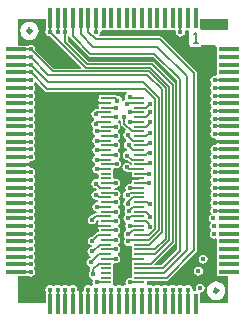
<source format=gtl>
G04*
G04 #@! TF.GenerationSoftware,Altium Limited,Altium Designer,21.7.2 (23)*
G04*
G04 Layer_Physical_Order=1*
G04 Layer_Color=255*
%FSAX44Y44*%
%MOMM*%
G71*
G04*
G04 #@! TF.SameCoordinates,8073F22B-F9D6-4515-8FA4-32CADCE011FE*
G04*
G04*
G04 #@! TF.FilePolarity,Positive*
G04*
G01*
G75*
%ADD12C,0.1500*%
%ADD13C,0.3000*%
%ADD14R,0.9500X0.2000*%
%ADD19R,1.8000X0.3500*%
%ADD20R,0.3500X1.8000*%
%ADD21C,0.2000*%
%ADD22C,0.4500*%
G36*
X00920750Y00589000D02*
X00898070Y00589000D01*
Y00590008D01*
X00896750D01*
Y00598500D01*
X00920750D01*
Y00589000D01*
D02*
G37*
G36*
X00886761Y00589000D02*
X00888031Y00587730D01*
X00888031Y00576500D01*
X00889071D01*
Y00575011D01*
X00898070D01*
Y00576500D01*
X00910187Y00576500D01*
X00911250Y00575230D01*
Y00570770D01*
X00911250Y00569500D01*
X00911250D01*
Y00569500D01*
X00911250D01*
Y00564270D01*
X00911250Y00563000D01*
X00911250D01*
Y00563000D01*
X00911250D01*
Y00557770D01*
X00911250Y00556500D01*
X00911250D01*
Y00556500D01*
X00911250D01*
Y00551570D01*
X00909980Y00550528D01*
X00909750Y00550574D01*
X00908287Y00550283D01*
X00907046Y00549454D01*
X00906218Y00548214D01*
X00905927Y00546750D01*
X00906218Y00545287D01*
X00906846Y00544347D01*
X00906968Y00543500D01*
X00906846Y00542653D01*
X00906218Y00541713D01*
X00905927Y00540250D01*
X00906218Y00538787D01*
X00906846Y00537847D01*
X00906968Y00537000D01*
X00906846Y00536153D01*
X00906218Y00535213D01*
X00905927Y00533750D01*
X00906218Y00532287D01*
X00906846Y00531347D01*
X00906968Y00530500D01*
X00906846Y00529653D01*
X00906218Y00528713D01*
X00905927Y00527250D01*
X00906218Y00525787D01*
X00906846Y00524847D01*
X00906968Y00524000D01*
X00906846Y00523153D01*
X00906218Y00522213D01*
X00905927Y00520750D01*
X00906218Y00519287D01*
X00906846Y00518347D01*
X00906968Y00517500D01*
X00906846Y00516653D01*
X00906218Y00515713D01*
X00905927Y00514250D01*
X00906218Y00512787D01*
X00906846Y00511847D01*
X00906968Y00511000D01*
X00906846Y00510153D01*
X00906218Y00509213D01*
X00905927Y00507750D01*
X00906218Y00506287D01*
X00906846Y00505347D01*
X00906968Y00504500D01*
X00906846Y00503653D01*
X00906218Y00502713D01*
X00905927Y00501250D01*
X00906218Y00499787D01*
X00907046Y00498547D01*
X00908287Y00497718D01*
X00909750Y00497427D01*
X00909768Y00497430D01*
X00910750Y00496625D01*
Y00495750D01*
X00921750D01*
Y00493750D01*
X00910750D01*
Y00492876D01*
X00909768Y00492070D01*
X00909750Y00492074D01*
X00908287Y00491783D01*
X00907046Y00490954D01*
X00906218Y00489713D01*
X00905927Y00488250D01*
X00906218Y00486787D01*
X00906846Y00485847D01*
X00906968Y00485000D01*
X00906846Y00484153D01*
X00906218Y00483213D01*
X00905927Y00481750D01*
X00906218Y00480287D01*
X00906846Y00479347D01*
X00906968Y00478500D01*
X00906846Y00477653D01*
X00906218Y00476713D01*
X00905927Y00475250D01*
X00906218Y00473787D01*
X00906846Y00472847D01*
X00906968Y00472000D01*
X00906846Y00471153D01*
X00906218Y00470213D01*
X00905927Y00468750D01*
X00906218Y00467287D01*
X00906846Y00466347D01*
X00906968Y00465500D01*
X00906846Y00464653D01*
X00906218Y00463713D01*
X00905927Y00462250D01*
X00906218Y00460787D01*
X00906846Y00459847D01*
X00906968Y00459000D01*
X00906846Y00458153D01*
X00906218Y00457213D01*
X00905927Y00455750D01*
X00906218Y00454287D01*
X00906846Y00453347D01*
X00906968Y00452500D01*
X00906846Y00451653D01*
X00906218Y00450713D01*
X00905927Y00449250D01*
X00906218Y00447787D01*
X00906846Y00446847D01*
X00906968Y00446000D01*
X00906846Y00445153D01*
X00906218Y00444213D01*
X00905927Y00442750D01*
X00906218Y00441287D01*
X00906846Y00440347D01*
X00906968Y00439500D01*
X00906846Y00438653D01*
X00906218Y00437713D01*
X00905927Y00436250D01*
X00906218Y00434787D01*
X00906514Y00434344D01*
X00906952Y00433455D01*
X00906190Y00432716D01*
X00905796Y00432454D01*
X00904968Y00431213D01*
X00904677Y00429750D01*
X00904968Y00428287D01*
X00905791Y00427055D01*
X00906050Y00426650D01*
Y00425701D01*
X00905221Y00424460D01*
X00904930Y00422997D01*
X00905221Y00421534D01*
X00906050Y00420294D01*
X00906061Y00420287D01*
X00906092Y00418738D01*
X00905468Y00417803D01*
X00905177Y00416340D01*
X00905468Y00414877D01*
X00906296Y00413636D01*
X00907537Y00412808D01*
X00909000Y00412516D01*
X00909980Y00412711D01*
X00911250Y00411922D01*
Y00408270D01*
X00911250Y00407000D01*
X00911250D01*
Y00407000D01*
X00911250D01*
Y00401770D01*
X00911250Y00400500D01*
X00911250D01*
Y00400500D01*
X00911250D01*
Y00395270D01*
X00911250Y00394000D01*
X00911250D01*
Y00394000D01*
X00911250D01*
Y00388770D01*
X00911250Y00387500D01*
X00911250D01*
Y00387500D01*
X00911250D01*
Y00381000D01*
X00920750D01*
Y00358500D01*
X00896750D01*
Y00366516D01*
X00897250Y00366926D01*
X00898713Y00367218D01*
X00899954Y00368046D01*
X00900782Y00369287D01*
X00901073Y00370750D01*
X00900782Y00372213D01*
X00899954Y00373454D01*
X00898713Y00374282D01*
X00897250Y00374573D01*
X00895787Y00374282D01*
X00894546Y00373454D01*
X00893718Y00372213D01*
X00893427Y00370750D01*
X00893718Y00369287D01*
X00893729Y00369270D01*
X00893050Y00368000D01*
X00891820D01*
X00890778Y00369270D01*
X00890824Y00369500D01*
X00890533Y00370963D01*
X00889704Y00372203D01*
X00888463Y00373032D01*
X00887000Y00373323D01*
X00885537Y00373032D01*
X00884597Y00372404D01*
X00883750Y00372282D01*
X00882903Y00372404D01*
X00881963Y00373032D01*
X00880500Y00373323D01*
X00879037Y00373032D01*
X00877797Y00372203D01*
X00876704D01*
X00875463Y00373032D01*
X00874000Y00373323D01*
X00872537Y00373032D01*
X00871297Y00372203D01*
X00870204D01*
X00868963Y00373032D01*
X00867500Y00373323D01*
X00866037Y00373032D01*
X00864797Y00372203D01*
X00863704D01*
X00862463Y00373032D01*
X00861000Y00373323D01*
X00859537Y00373032D01*
X00858297Y00372203D01*
X00857204D01*
X00855963Y00373032D01*
X00854500Y00373323D01*
X00853420Y00373109D01*
X00852398Y00373706D01*
X00852150Y00373967D01*
Y00376951D01*
X00854050D01*
X00854050Y00376951D01*
X00869000D01*
X00869976Y00377145D01*
X00870803Y00377698D01*
X00894052Y00400948D01*
X00894605Y00401774D01*
X00894799Y00402750D01*
Y00552519D01*
X00894605Y00553494D01*
X00894052Y00554321D01*
X00865305Y00583069D01*
X00864478Y00583622D01*
X00863502Y00583816D01*
X00812459D01*
X00812252Y00584084D01*
X00811897Y00585086D01*
X00812532Y00586037D01*
X00812823Y00587500D01*
X00812777Y00587730D01*
X00813820Y00589000D01*
X00817480D01*
X00818750Y00589000D01*
Y00589000D01*
X00818750D01*
Y00589000D01*
X00823980D01*
X00825250Y00589000D01*
Y00589000D01*
X00825250D01*
Y00589000D01*
X00830480D01*
X00831750Y00589000D01*
Y00589000D01*
X00831750D01*
Y00589000D01*
X00836980D01*
X00838250Y00589000D01*
Y00589000D01*
X00838250D01*
Y00589000D01*
X00843480D01*
X00844750Y00589000D01*
Y00589000D01*
X00844750D01*
Y00589000D01*
X00849980D01*
X00851250Y00589000D01*
Y00589000D01*
X00851250D01*
Y00589000D01*
X00856480D01*
X00857750Y00589000D01*
Y00589000D01*
X00857750D01*
Y00589000D01*
X00862980D01*
X00864250Y00589000D01*
Y00589000D01*
X00864250D01*
Y00589000D01*
X00869480D01*
X00870750Y00589000D01*
Y00589000D01*
X00870750D01*
Y00589000D01*
X00875680D01*
X00876722Y00587730D01*
X00876676Y00587500D01*
X00876968Y00586037D01*
X00877796Y00584796D01*
X00879037Y00583968D01*
X00880500Y00583677D01*
X00881963Y00583968D01*
X00883204Y00584796D01*
X00884032Y00586037D01*
X00884323Y00587500D01*
X00884278Y00587730D01*
X00885320Y00589000D01*
X00886761D01*
D02*
G37*
G36*
X00766750Y00589386D02*
X00766467Y00588963D01*
X00766176Y00587500D01*
X00766467Y00586037D01*
X00767296Y00584796D01*
X00768537Y00583968D01*
X00770000Y00583677D01*
X00770483Y00583773D01*
X00796538Y00557717D01*
X00796052Y00556544D01*
X00773200D01*
X00757477Y00572267D01*
X00757573Y00572750D01*
X00757282Y00574213D01*
X00756454Y00575454D01*
X00755213Y00576282D01*
X00753750Y00576573D01*
X00752287Y00576282D01*
X00751864Y00576000D01*
X00742750D01*
Y00598500D01*
X00766750D01*
Y00589386D01*
D02*
G37*
G36*
X00766128Y00537628D02*
X00766872Y00537131D01*
X00767750Y00536956D01*
X00767750Y00536956D01*
X00834930D01*
X00835132Y00536707D01*
X00834875Y00535009D01*
X00834797Y00534956D01*
X00833968Y00533716D01*
X00833677Y00532253D01*
X00833945Y00530904D01*
X00833537Y00529782D01*
X00832296Y00528954D01*
X00832243Y00528874D01*
X00831047Y00529369D01*
X00831073Y00529502D01*
X00830782Y00530966D01*
X00829953Y00532206D01*
X00828713Y00533035D01*
X00827250Y00533326D01*
X00827067Y00533290D01*
X00827055Y00533302D01*
X00826228Y00533855D01*
X00825252Y00534049D01*
X00817600D01*
X00817354Y00534000D01*
X00811350D01*
Y00530500D01*
X00810850D01*
Y00528500D01*
X00817600D01*
Y00526500D01*
X00810850D01*
Y00524500D01*
X00811350D01*
Y00522049D01*
X00809450D01*
X00809291Y00522017D01*
X00808999Y00522075D01*
X00807536Y00521784D01*
X00806295Y00520956D01*
X00805467Y00519715D01*
X00805175Y00518252D01*
X00805467Y00516789D01*
X00806295Y00515548D01*
X00807536Y00514720D01*
X00807763Y00513379D01*
X00807647Y00513302D01*
X00807414Y00512952D01*
X00806295Y00512205D01*
X00805467Y00510965D01*
X00805175Y00509501D01*
X00805467Y00508038D01*
X00806295Y00506798D01*
X00806384Y00505211D01*
X00806218Y00504963D01*
X00805927Y00503500D01*
X00806218Y00502037D01*
X00807046Y00500796D01*
X00807931Y00500205D01*
X00807986Y00500024D01*
Y00498975D01*
X00807931Y00498794D01*
X00807046Y00498204D01*
X00806218Y00496963D01*
X00805927Y00495500D01*
X00806218Y00494037D01*
X00807046Y00492796D01*
X00807931Y00492206D01*
X00807986Y00492024D01*
Y00490975D01*
X00807931Y00490794D01*
X00807046Y00490204D01*
X00806218Y00488963D01*
X00805927Y00487500D01*
X00806218Y00486037D01*
X00807046Y00484796D01*
X00807931Y00484206D01*
X00807986Y00484024D01*
Y00482976D01*
X00807931Y00482794D01*
X00807046Y00482203D01*
X00806218Y00480963D01*
X00805927Y00479500D01*
X00806218Y00478037D01*
X00807046Y00476796D01*
X00807931Y00476205D01*
X00807986Y00476024D01*
Y00474976D01*
X00807931Y00474794D01*
X00807046Y00474203D01*
X00806218Y00472963D01*
X00805927Y00471500D01*
X00806218Y00470037D01*
X00807046Y00468796D01*
X00808287Y00467967D01*
X00809750Y00467677D01*
X00810080Y00467742D01*
X00811350Y00466700D01*
Y00463599D01*
X00810080Y00462857D01*
X00808999Y00463073D01*
X00807536Y00462781D01*
X00806295Y00461953D01*
X00805467Y00460712D01*
X00805175Y00459249D01*
X00805467Y00457786D01*
X00806295Y00456545D01*
X00807536Y00455717D01*
X00808650Y00455495D01*
X00809658Y00454487D01*
X00809032Y00453317D01*
X00809000Y00453323D01*
X00807537Y00453032D01*
X00806296Y00452204D01*
X00805468Y00450963D01*
X00805177Y00449500D01*
X00805468Y00448037D01*
X00806296Y00446796D01*
X00807537Y00445968D01*
X00809000Y00445677D01*
X00809534Y00445783D01*
X00809619Y00445698D01*
X00810446Y00445145D01*
X00810624Y00444305D01*
X00809883Y00443473D01*
X00809646Y00443303D01*
X00808287Y00443032D01*
X00807046Y00442204D01*
X00806218Y00440963D01*
X00805927Y00439500D01*
X00806218Y00438037D01*
X00807046Y00436796D01*
X00808287Y00435968D01*
X00809400Y00435746D01*
X00810136Y00434844D01*
X00810299Y00434491D01*
X00810141Y00434049D01*
X00808751D01*
X00807776Y00433855D01*
X00806949Y00433302D01*
X00805931Y00432285D01*
X00805749Y00432321D01*
X00804286Y00432030D01*
X00803045Y00431201D01*
X00802216Y00429961D01*
X00801925Y00428498D01*
X00802216Y00427034D01*
X00803045Y00425794D01*
X00804286Y00424965D01*
X00805749Y00424674D01*
X00807212Y00424965D01*
X00808452Y00425794D01*
X00809281Y00427034D01*
X00809398Y00427622D01*
X00810813Y00428228D01*
X00811350Y00427889D01*
Y00426500D01*
X00810850D01*
Y00424500D01*
X00817600D01*
Y00422500D01*
X00810850D01*
Y00420500D01*
X00811350D01*
Y00418049D01*
X00811002D01*
X00810027Y00417855D01*
X00809200Y00417302D01*
X00806181Y00414284D01*
X00805999Y00414320D01*
X00804536Y00414029D01*
X00803295Y00413200D01*
X00802466Y00411960D01*
X00802175Y00410497D01*
X00802466Y00409034D01*
X00803295Y00407793D01*
X00804536Y00406964D01*
X00805275Y00406817D01*
Y00405522D01*
X00804069Y00405282D01*
X00802829Y00404454D01*
X00802000Y00403213D01*
X00801709Y00401750D01*
X00802000Y00400287D01*
X00802829Y00399046D01*
X00804069Y00398218D01*
X00804088Y00398200D01*
X00804567Y00396824D01*
X00804145Y00396235D01*
X00803287Y00396065D01*
X00802046Y00395236D01*
X00801218Y00393995D01*
X00800927Y00392532D01*
X00801218Y00391069D01*
X00802046Y00389829D01*
X00803287Y00389000D01*
X00803644Y00388929D01*
X00804148Y00388149D01*
X00804341Y00387495D01*
X00804201Y00386791D01*
Y00385057D01*
X00804046Y00384954D01*
X00803218Y00383713D01*
X00802927Y00382250D01*
X00803218Y00380787D01*
X00804046Y00379546D01*
X00805287Y00378718D01*
X00805795Y00378616D01*
X00806379Y00377205D01*
X00806218Y00376963D01*
X00805927Y00375500D01*
X00806218Y00374037D01*
X00806360Y00373824D01*
X00806077Y00372583D01*
X00805031Y00372319D01*
X00803963Y00373032D01*
X00802500Y00373323D01*
X00801037Y00373032D01*
X00799797Y00372203D01*
X00798968Y00370963D01*
X00798677Y00369500D01*
X00798680Y00369482D01*
X00797875Y00368500D01*
X00797000D01*
Y00357500D01*
X00795000D01*
Y00368500D01*
X00794126D01*
X00793320Y00369482D01*
X00793324Y00369500D01*
X00793032Y00370963D01*
X00792204Y00372203D01*
X00790963Y00373032D01*
X00789500Y00373323D01*
X00788037Y00373032D01*
X00786796Y00372203D01*
X00785704D01*
X00784463Y00373032D01*
X00783000Y00373323D01*
X00781537Y00373032D01*
X00780296Y00372203D01*
X00779204D01*
X00777963Y00373032D01*
X00776500Y00373323D01*
X00775037Y00373032D01*
X00773796Y00372203D01*
X00772704D01*
X00771463Y00373032D01*
X00770000Y00373323D01*
X00768537Y00373032D01*
X00767296Y00372203D01*
X00766468Y00370963D01*
X00766177Y00369500D01*
X00766468Y00368037D01*
X00766750Y00367614D01*
Y00358500D01*
X00742750D01*
Y00381000D01*
X00751864D01*
X00752287Y00380717D01*
X00753750Y00380426D01*
X00755213Y00380717D01*
X00756454Y00381546D01*
X00757282Y00382786D01*
X00757573Y00384250D01*
X00757282Y00385713D01*
X00756654Y00386653D01*
X00756532Y00387500D01*
X00756654Y00388346D01*
X00757282Y00389286D01*
X00757573Y00390750D01*
X00757282Y00392213D01*
X00756654Y00393153D01*
X00756532Y00394000D01*
X00756654Y00394846D01*
X00757282Y00395787D01*
X00757573Y00397250D01*
X00757282Y00398713D01*
X00756654Y00399653D01*
X00756532Y00400500D01*
X00756654Y00401347D01*
X00757282Y00402286D01*
X00757573Y00403750D01*
X00757282Y00405213D01*
X00756654Y00406153D01*
X00756532Y00407000D01*
X00756654Y00407846D01*
X00757282Y00408787D01*
X00757573Y00410250D01*
X00757282Y00411713D01*
X00756654Y00412653D01*
X00756532Y00413500D01*
X00756654Y00414347D01*
X00757282Y00415286D01*
X00757573Y00416750D01*
X00757282Y00418213D01*
X00756654Y00419153D01*
X00756532Y00420000D01*
X00756654Y00420847D01*
X00757282Y00421786D01*
X00757573Y00423250D01*
X00757282Y00424713D01*
X00756654Y00425653D01*
X00756532Y00426500D01*
X00756654Y00427347D01*
X00757282Y00428287D01*
X00757573Y00429750D01*
X00757282Y00431213D01*
X00756654Y00432153D01*
X00756532Y00433000D01*
X00756654Y00433847D01*
X00757282Y00434787D01*
X00757573Y00436250D01*
X00757282Y00437713D01*
X00756654Y00438653D01*
X00756532Y00439500D01*
X00756654Y00440347D01*
X00757282Y00441287D01*
X00757573Y00442750D01*
X00757282Y00444213D01*
X00756654Y00445153D01*
X00756532Y00446000D01*
X00756654Y00446847D01*
X00757282Y00447787D01*
X00757573Y00449250D01*
X00757282Y00450713D01*
X00756654Y00451653D01*
X00756532Y00452500D01*
X00756654Y00453347D01*
X00757282Y00454287D01*
X00757573Y00455750D01*
X00757282Y00457213D01*
X00756654Y00458153D01*
X00756532Y00459000D01*
X00756654Y00459847D01*
X00757282Y00460787D01*
X00757573Y00462250D01*
X00757282Y00463713D01*
X00756654Y00464653D01*
X00756532Y00465500D01*
X00756654Y00466347D01*
X00757282Y00467287D01*
X00757573Y00468750D01*
X00757282Y00470213D01*
X00756454Y00471453D01*
X00755213Y00472282D01*
X00753750Y00472573D01*
X00753732Y00472570D01*
X00752750Y00473375D01*
Y00474250D01*
X00741750D01*
Y00476250D01*
X00752750D01*
Y00477124D01*
X00753732Y00477930D01*
X00753750Y00477926D01*
X00755213Y00478217D01*
X00756454Y00479046D01*
X00757282Y00480287D01*
X00757573Y00481750D01*
X00757282Y00483213D01*
X00756654Y00484153D01*
X00756532Y00485000D01*
X00756654Y00485847D01*
X00757282Y00486787D01*
X00757573Y00488250D01*
X00757282Y00489713D01*
X00756654Y00490653D01*
X00756532Y00491500D01*
X00756654Y00492347D01*
X00757282Y00493287D01*
X00757573Y00494750D01*
X00757282Y00496213D01*
X00756654Y00497153D01*
X00756532Y00498000D01*
X00756654Y00498847D01*
X00757282Y00499787D01*
X00757573Y00501250D01*
X00757282Y00502713D01*
X00756654Y00503653D01*
X00756532Y00504500D01*
X00756654Y00505347D01*
X00757282Y00506287D01*
X00757573Y00507750D01*
X00757282Y00509213D01*
X00756654Y00510153D01*
X00756532Y00511000D01*
X00756654Y00511847D01*
X00757282Y00512787D01*
X00757573Y00514250D01*
X00757282Y00515713D01*
X00756654Y00516653D01*
X00756532Y00517500D01*
X00756654Y00518347D01*
X00757282Y00519287D01*
X00757573Y00520750D01*
X00757282Y00522213D01*
X00756654Y00523153D01*
X00756532Y00524000D01*
X00756654Y00524847D01*
X00757282Y00525787D01*
X00757573Y00527250D01*
X00757282Y00528713D01*
X00756654Y00529653D01*
X00756532Y00530500D01*
X00756654Y00531347D01*
X00757282Y00532287D01*
X00757573Y00533750D01*
X00757282Y00535213D01*
X00756654Y00536153D01*
X00756532Y00537000D01*
X00756654Y00537847D01*
X00757282Y00538787D01*
X00757573Y00540250D01*
X00757282Y00541713D01*
X00756654Y00542653D01*
X00756532Y00543500D01*
X00756654Y00544347D01*
X00757038Y00544921D01*
X00758477Y00545279D01*
X00766128Y00537628D01*
D02*
G37*
G36*
X00829727Y00512624D02*
X00830451Y00511892D01*
Y00509858D01*
X00830645Y00508882D01*
X00831198Y00508055D01*
X00834224Y00505029D01*
X00833970Y00503487D01*
X00833359Y00503078D01*
X00832530Y00501838D01*
X00832239Y00500375D01*
X00832530Y00498912D01*
X00833359Y00497671D01*
X00834599Y00496842D01*
X00834870Y00496344D01*
X00835161Y00495127D01*
X00833920Y00494298D01*
X00833092Y00493058D01*
X00832801Y00491595D01*
X00833092Y00490132D01*
X00833920Y00488891D01*
X00835161Y00488062D01*
X00835445Y00488006D01*
Y00486711D01*
X00834237Y00486471D01*
X00832997Y00485642D01*
X00832168Y00484401D01*
X00831877Y00482938D01*
X00832168Y00481475D01*
X00832997Y00480235D01*
X00834237Y00479406D01*
X00835700Y00479115D01*
X00835882Y00479151D01*
X00837336Y00477697D01*
X00838163Y00477145D01*
X00839138Y00476951D01*
X00839650D01*
Y00475451D01*
X00838380Y00475065D01*
X00837954Y00475704D01*
X00836713Y00476532D01*
X00835250Y00476823D01*
X00833787Y00476532D01*
X00832546Y00475704D01*
X00831718Y00474463D01*
X00831427Y00473000D01*
X00831718Y00471537D01*
X00832546Y00470296D01*
X00833787Y00469468D01*
X00835250Y00469177D01*
X00835618Y00469250D01*
X00835775Y00469145D01*
X00836750Y00468951D01*
X00839650D01*
Y00466500D01*
X00839150D01*
Y00464500D01*
X00845900D01*
Y00462500D01*
X00839150D01*
Y00460500D01*
X00839150Y00460500D01*
Y00460500D01*
X00838681Y00459424D01*
X00838380Y00459198D01*
X00837750Y00459323D01*
X00836287Y00459032D01*
X00835046Y00458204D01*
X00834218Y00456963D01*
X00833927Y00455500D01*
X00834142Y00454418D01*
X00834318Y00453158D01*
X00833078Y00452329D01*
X00832249Y00451089D01*
X00831958Y00449626D01*
X00832249Y00448163D01*
X00833078Y00446922D01*
X00833540Y00446614D01*
Y00445086D01*
X00833390Y00444986D01*
X00832562Y00443746D01*
X00832271Y00442283D01*
X00832562Y00440820D01*
X00833390Y00439579D01*
X00833506Y00439502D01*
X00833660Y00437872D01*
X00833218Y00437211D01*
X00832927Y00435748D01*
X00833218Y00434285D01*
X00833384Y00434037D01*
X00833297Y00432451D01*
X00832468Y00431211D01*
X00832177Y00429748D01*
X00832468Y00428284D01*
X00833297Y00427044D01*
X00833839Y00426682D01*
X00834288Y00425068D01*
X00834218Y00424963D01*
X00833927Y00423500D01*
X00834218Y00422037D01*
X00834850Y00421090D01*
X00834810Y00420251D01*
X00834532Y00419612D01*
X00833546Y00418954D01*
X00832718Y00417713D01*
X00832427Y00416250D01*
X00832718Y00414787D01*
X00833192Y00414077D01*
X00833528Y00413452D01*
X00833288Y00412192D01*
X00832968Y00411713D01*
X00832677Y00410250D01*
X00832968Y00408787D01*
X00833796Y00407546D01*
X00835037Y00406718D01*
X00836500Y00406427D01*
X00837963Y00406718D01*
X00838380Y00406996D01*
X00839650Y00406317D01*
Y00398500D01*
X00839150D01*
Y00396500D01*
X00845900D01*
Y00394500D01*
X00839150D01*
Y00392500D01*
X00839650D01*
Y00380152D01*
X00838380Y00379198D01*
X00837750Y00379324D01*
X00836287Y00379033D01*
X00835046Y00378204D01*
X00834218Y00376963D01*
X00833927Y00375500D01*
X00834218Y00374037D01*
X00834094Y00373739D01*
X00833416Y00372951D01*
X00832297Y00372203D01*
X00831204D01*
X00829963Y00373032D01*
X00828500Y00373323D01*
X00827037Y00373032D01*
X00825862Y00372248D01*
X00825184Y00372258D01*
X00824325Y00372595D01*
X00824212Y00372686D01*
X00823850Y00373746D01*
Y00381000D01*
Y00390848D01*
X00825120Y00391802D01*
X00825750Y00391677D01*
X00827213Y00391968D01*
X00828454Y00392797D01*
X00829282Y00394037D01*
X00829573Y00395500D01*
X00829282Y00396963D01*
X00828454Y00398204D01*
X00827569Y00398795D01*
X00827514Y00398976D01*
Y00400024D01*
X00827569Y00400206D01*
X00828454Y00400797D01*
X00829282Y00402037D01*
X00829573Y00403500D01*
X00829282Y00404963D01*
X00828454Y00406204D01*
X00827569Y00406795D01*
X00827514Y00406976D01*
Y00408024D01*
X00827569Y00408206D01*
X00828454Y00408797D01*
X00829282Y00410037D01*
X00829573Y00411500D01*
X00829282Y00412963D01*
X00828454Y00414204D01*
X00827569Y00414795D01*
X00827514Y00414976D01*
Y00416025D01*
X00827569Y00416206D01*
X00828454Y00416796D01*
X00829282Y00418037D01*
X00829573Y00419500D01*
X00829282Y00420963D01*
X00828454Y00422204D01*
X00827569Y00422794D01*
X00827514Y00422976D01*
Y00424025D01*
X00827569Y00424206D01*
X00828454Y00424796D01*
X00829282Y00426037D01*
X00829573Y00427500D01*
X00829282Y00428963D01*
X00828454Y00430204D01*
X00827569Y00430794D01*
X00827514Y00430976D01*
Y00432024D01*
X00827569Y00432206D01*
X00828454Y00432796D01*
X00829282Y00434037D01*
X00829573Y00435500D01*
X00829282Y00436963D01*
X00828454Y00438204D01*
X00827569Y00438794D01*
X00827514Y00438976D01*
Y00440024D01*
X00827569Y00440206D01*
X00828454Y00440796D01*
X00829282Y00442037D01*
X00829573Y00443500D01*
X00829282Y00444963D01*
X00828454Y00446204D01*
X00828948Y00447400D01*
X00829708Y00448537D01*
X00829999Y00450000D01*
X00829708Y00451463D01*
X00828879Y00452704D01*
X00827638Y00453532D01*
X00826175Y00453823D01*
X00825286Y00453647D01*
X00824974Y00453855D01*
X00824712Y00453907D01*
X00824509Y00454799D01*
X00825515Y00455723D01*
X00825750Y00455676D01*
X00827213Y00455968D01*
X00828454Y00456796D01*
X00829282Y00458037D01*
X00829573Y00459500D01*
X00829282Y00460963D01*
X00828454Y00462203D01*
X00827213Y00463032D01*
X00825750Y00463323D01*
X00825120Y00463198D01*
X00823850Y00464152D01*
Y00471733D01*
X00825005Y00472448D01*
X00825120Y00472451D01*
X00826500Y00472176D01*
X00827963Y00472467D01*
X00829203Y00473296D01*
X00830032Y00474537D01*
X00830323Y00476000D01*
X00830032Y00477463D01*
X00829203Y00478703D01*
X00828405Y00479237D01*
X00828274Y00480559D01*
X00828318Y00480706D01*
X00828454Y00480796D01*
X00829282Y00482037D01*
X00829573Y00483500D01*
X00829282Y00484963D01*
X00828454Y00486203D01*
X00827569Y00486794D01*
X00827514Y00486976D01*
Y00488024D01*
X00827569Y00488205D01*
X00828454Y00488796D01*
X00829282Y00490037D01*
X00829573Y00491500D01*
X00829282Y00492963D01*
X00828454Y00494203D01*
X00827569Y00494794D01*
X00827514Y00494976D01*
Y00496024D01*
X00827569Y00496205D01*
X00828454Y00496796D01*
X00829282Y00498037D01*
X00829573Y00499500D01*
X00829282Y00500963D01*
X00828454Y00502203D01*
X00827569Y00502794D01*
X00827514Y00502976D01*
Y00504024D01*
X00827569Y00504206D01*
X00828454Y00504796D01*
X00829282Y00506037D01*
X00829573Y00507500D01*
X00829282Y00508963D01*
X00828454Y00510203D01*
X00827569Y00510794D01*
X00827514Y00510975D01*
Y00512024D01*
X00827569Y00512206D01*
X00828454Y00512796D01*
X00829727Y00512624D01*
D02*
G37*
G36*
X00787086Y00583319D02*
X00787145Y00583025D01*
X00787697Y00582198D01*
X00802448Y00567448D01*
X00803275Y00566895D01*
X00804250Y00566701D01*
X00857500D01*
X00877701Y00546500D01*
Y00403306D01*
X00864444Y00390049D01*
X00858859D01*
X00858373Y00391222D01*
X00875642Y00408491D01*
X00875642Y00408491D01*
X00876139Y00409235D01*
X00876314Y00410113D01*
Y00542572D01*
X00876139Y00543450D01*
X00875642Y00544194D01*
X00857964Y00561872D01*
X00857220Y00562369D01*
X00856342Y00562544D01*
X00802443D01*
X00785294Y00579693D01*
Y00583597D01*
X00785721Y00583903D01*
X00785758Y00583906D01*
X00787086Y00583319D01*
D02*
G37*
%LPC*%
G36*
X00899702Y00399020D02*
X00898239Y00398729D01*
X00896998Y00397900D01*
X00896169Y00396660D01*
X00895878Y00395196D01*
X00896169Y00393733D01*
X00896998Y00392493D01*
X00898239Y00391664D01*
X00899702Y00391373D01*
X00901165Y00391664D01*
X00902405Y00392493D01*
X00903234Y00393733D01*
X00903525Y00395196D01*
X00903234Y00396660D01*
X00902405Y00397900D01*
X00901165Y00398729D01*
X00899702Y00399020D01*
D02*
G37*
G36*
X00895750Y00388803D02*
X00894287Y00388512D01*
X00893046Y00387684D01*
X00892218Y00386443D01*
X00891927Y00384980D01*
X00892218Y00383517D01*
X00893046Y00382276D01*
X00894287Y00381448D01*
X00895750Y00381157D01*
X00897213Y00381448D01*
X00898454Y00382276D01*
X00899282Y00383517D01*
X00899573Y00384980D01*
X00899282Y00386443D01*
X00898454Y00387684D01*
X00897213Y00388512D01*
X00895750Y00388803D01*
D02*
G37*
G36*
X00910750Y00376317D02*
X00908727Y00376050D01*
X00906842Y00375270D01*
X00905223Y00374027D01*
X00903980Y00372408D01*
X00903199Y00370523D01*
X00902933Y00368500D01*
X00903199Y00366477D01*
X00903980Y00364591D01*
X00905223Y00362973D01*
X00906842Y00361730D01*
X00908727Y00360950D01*
X00910750Y00360683D01*
X00912773Y00360950D01*
X00914658Y00361730D01*
X00916277Y00362973D01*
X00917520Y00364591D01*
X00918300Y00366477D01*
X00918567Y00368500D01*
X00918300Y00370523D01*
X00917520Y00372408D01*
X00916277Y00374027D01*
X00914658Y00375270D01*
X00912773Y00376050D01*
X00910750Y00376317D01*
D02*
G37*
G36*
X00752750Y00596317D02*
X00750727Y00596050D01*
X00748842Y00595270D01*
X00747223Y00594027D01*
X00745980Y00592408D01*
X00745200Y00590523D01*
X00744933Y00588500D01*
X00745200Y00586477D01*
X00745980Y00584592D01*
X00747223Y00582973D01*
X00748842Y00581730D01*
X00750727Y00580950D01*
X00752750Y00580683D01*
X00754773Y00580950D01*
X00756658Y00581730D01*
X00758277Y00582973D01*
X00759520Y00584592D01*
X00760301Y00586477D01*
X00760567Y00588500D01*
X00760301Y00590523D01*
X00759520Y00592408D01*
X00758277Y00594027D01*
X00756658Y00595270D01*
X00754773Y00596050D01*
X00752750Y00596317D01*
D02*
G37*
%LPD*%
D12*
X00859020Y00420728D02*
Y00530698D01*
X00862020Y00419485D02*
Y00531941D01*
X00865020Y00418242D02*
Y00538844D01*
X00868020Y00412598D02*
Y00540087D01*
X00871020Y00411356D02*
Y00541329D01*
X00874020Y00410113D02*
Y00542572D01*
X00855347Y00391440D02*
X00874020Y00410113D01*
X00856342Y00560250D02*
X00874020Y00542572D01*
X00859164Y00399500D02*
X00871020Y00411356D01*
X00855099Y00557250D02*
X00871020Y00541329D01*
X00858922Y00403500D02*
X00868020Y00412598D01*
X00853857Y00554250D02*
X00868020Y00540087D01*
X00854278Y00407500D02*
X00865020Y00418242D01*
X00852614Y00551250D02*
X00865020Y00538844D01*
X00854035Y00411500D02*
X00862020Y00419485D01*
X00848711Y00545250D02*
X00862020Y00531941D01*
X00853793Y00415500D02*
X00859020Y00420728D01*
X00850469Y00539250D02*
X00859020Y00530698D01*
X00845900Y00407500D02*
X00854278D01*
X00768250Y00545250D02*
X00848711D01*
X00845900Y00411500D02*
X00854035D01*
X00767750Y00539250D02*
X00850469D01*
X00845900Y00415500D02*
X00853793D01*
X00845960Y00391440D02*
X00855347D01*
X00845900Y00403500D02*
X00858922D01*
X00845900Y00399500D02*
X00859164D01*
X00845900Y00391500D02*
X00845960Y00391440D01*
X00770000Y00587500D02*
X00800250Y00557250D01*
X00855099D01*
X00783000Y00578743D02*
Y00587500D01*
Y00578743D02*
X00801492Y00560250D01*
X00856342D01*
X00753750Y00572750D02*
X00772250Y00554250D01*
X00853857D01*
X00753750Y00559750D02*
X00768250Y00545250D01*
X00753750Y00566250D02*
X00768750Y00551250D01*
X00852614D01*
X00817600Y00423500D02*
X00817600Y00423500D01*
X00753750Y00553250D02*
X00767750Y00539250D01*
X00892071Y00578011D02*
X00895070D01*
X00893570D01*
Y00587008D01*
X00892071Y00585508D01*
D13*
X00912250Y00368500D02*
G03*
X00912250Y00368500I-00001500J00000000D01*
G01*
X00754250Y00588500D02*
G03*
X00754250Y00588500I-00001500J00000000D01*
G01*
D14*
X00817600Y00515500D02*
D03*
Y00511500D02*
D03*
Y00507500D02*
D03*
Y00531500D02*
D03*
Y00527500D02*
D03*
Y00523500D02*
D03*
Y00519500D02*
D03*
X00845900Y00515500D02*
D03*
Y00511500D02*
D03*
Y00507500D02*
D03*
Y00531500D02*
D03*
Y00527500D02*
D03*
Y00523500D02*
D03*
Y00519500D02*
D03*
Y00491500D02*
D03*
X00817600D02*
D03*
Y00495500D02*
D03*
X00845900D02*
D03*
X00817600Y00499500D02*
D03*
X00845900D02*
D03*
X00817600Y00503500D02*
D03*
X00845900D02*
D03*
Y00475500D02*
D03*
X00817600D02*
D03*
Y00479500D02*
D03*
X00845900D02*
D03*
X00817600Y00483500D02*
D03*
X00845900D02*
D03*
X00817600Y00487500D02*
D03*
X00845900D02*
D03*
Y00459500D02*
D03*
X00817600D02*
D03*
Y00463500D02*
D03*
X00845900D02*
D03*
X00817600Y00467500D02*
D03*
X00845900D02*
D03*
X00817600Y00471500D02*
D03*
X00845900D02*
D03*
Y00443500D02*
D03*
X00817600D02*
D03*
Y00447500D02*
D03*
X00845900D02*
D03*
X00817600Y00451500D02*
D03*
X00845900D02*
D03*
X00817600Y00455500D02*
D03*
X00845900D02*
D03*
Y00427500D02*
D03*
X00817600D02*
D03*
Y00431500D02*
D03*
X00845900D02*
D03*
X00817600Y00435500D02*
D03*
X00845900D02*
D03*
X00817600Y00439500D02*
D03*
X00845900D02*
D03*
Y00411500D02*
D03*
X00817600D02*
D03*
Y00415500D02*
D03*
X00845900D02*
D03*
X00817600Y00419500D02*
D03*
X00845900D02*
D03*
X00817600Y00423500D02*
D03*
X00845900D02*
D03*
Y00395500D02*
D03*
X00817600D02*
D03*
Y00399500D02*
D03*
X00845900D02*
D03*
X00817600Y00403500D02*
D03*
X00845900D02*
D03*
X00817600Y00407500D02*
D03*
X00845900D02*
D03*
Y00391500D02*
D03*
X00817600D02*
D03*
X00845900Y00387500D02*
D03*
X00817600D02*
D03*
X00845900Y00383500D02*
D03*
X00817600D02*
D03*
X00845900Y00375500D02*
D03*
X00817600Y00379500D02*
D03*
Y00375500D02*
D03*
X00845900Y00379500D02*
D03*
D19*
X00741750Y00566250D02*
D03*
Y00572750D02*
D03*
Y00559750D02*
D03*
Y00546750D02*
D03*
Y00553250D02*
D03*
Y00533750D02*
D03*
Y00540250D02*
D03*
Y00520750D02*
D03*
Y00527250D02*
D03*
Y00507750D02*
D03*
Y00514250D02*
D03*
Y00494750D02*
D03*
Y00501250D02*
D03*
Y00481750D02*
D03*
Y00488250D02*
D03*
Y00397250D02*
D03*
Y00390750D02*
D03*
Y00410250D02*
D03*
Y00403750D02*
D03*
Y00423250D02*
D03*
Y00416750D02*
D03*
Y00436250D02*
D03*
Y00429750D02*
D03*
Y00449250D02*
D03*
Y00442750D02*
D03*
Y00462250D02*
D03*
Y00455750D02*
D03*
Y00468750D02*
D03*
Y00475250D02*
D03*
Y00384250D02*
D03*
X00921750Y00572750D02*
D03*
Y00481750D02*
D03*
Y00488250D02*
D03*
Y00501250D02*
D03*
Y00494750D02*
D03*
Y00514250D02*
D03*
Y00507750D02*
D03*
Y00527250D02*
D03*
Y00520750D02*
D03*
Y00540250D02*
D03*
Y00533750D02*
D03*
Y00553250D02*
D03*
Y00546750D02*
D03*
Y00566250D02*
D03*
Y00559750D02*
D03*
Y00468750D02*
D03*
Y00475250D02*
D03*
Y00455750D02*
D03*
Y00462250D02*
D03*
Y00442750D02*
D03*
Y00449250D02*
D03*
Y00429750D02*
D03*
Y00436250D02*
D03*
Y00416750D02*
D03*
Y00423250D02*
D03*
Y00403750D02*
D03*
Y00410250D02*
D03*
Y00397250D02*
D03*
Y00384250D02*
D03*
Y00390750D02*
D03*
D20*
X00867500Y00357500D02*
D03*
X00874000D02*
D03*
X00887000D02*
D03*
X00880500D02*
D03*
X00893500D02*
D03*
X00854500D02*
D03*
X00861000D02*
D03*
X00841500D02*
D03*
X00848000D02*
D03*
X00828500D02*
D03*
X00835000D02*
D03*
X00815500D02*
D03*
X00822000D02*
D03*
X00802500D02*
D03*
X00809000D02*
D03*
X00789500D02*
D03*
X00796000D02*
D03*
X00783000D02*
D03*
X00770000D02*
D03*
X00776500D02*
D03*
X00887000Y00599500D02*
D03*
X00893500D02*
D03*
X00880500D02*
D03*
X00867500D02*
D03*
X00874000D02*
D03*
X00854500D02*
D03*
X00861000D02*
D03*
X00841500D02*
D03*
X00848000D02*
D03*
X00828500D02*
D03*
X00835000D02*
D03*
X00815500D02*
D03*
X00822000D02*
D03*
X00802500D02*
D03*
X00809000D02*
D03*
X00770000D02*
D03*
X00783000D02*
D03*
X00776500D02*
D03*
X00789500D02*
D03*
X00796000D02*
D03*
D21*
X00845894Y00403495D02*
X00845900Y00403500D01*
X00835782Y00449626D02*
X00836458D01*
X00836500Y00443500D02*
X00840500Y00447500D01*
X00845900D01*
X00836458Y00449626D02*
X00837812Y00450980D01*
X00839622D01*
X00808751Y00431500D02*
X00817600D01*
X00805749Y00428498D02*
X00808751Y00431500D01*
X00806750Y00382250D02*
Y00386791D01*
X00811459Y00391500D02*
X00817600D01*
X00806750Y00386791D02*
X00811459Y00391500D01*
X00835000Y00526250D02*
X00836250Y00527500D01*
X00839065Y00531500D02*
X00845900D01*
X00838312Y00532253D02*
X00839065Y00531500D01*
X00837500Y00532253D02*
X00838312D01*
X00837667Y00464382D02*
X00838549Y00463500D01*
X00845900D01*
X00836990Y00464382D02*
X00837667D01*
X00809450Y00503500D02*
X00817600D01*
X00853600Y00475500D02*
X00854713Y00476614D01*
X00854072Y00484721D02*
X00854550Y00485200D01*
X00852250Y00491500D02*
X00854501Y00493751D01*
X00839358Y00503500D02*
X00845900D01*
X00833000Y00509858D02*
X00839358Y00503500D01*
X00836063Y00499813D02*
Y00500375D01*
X00817600Y00491500D02*
X00825750D01*
X00817600Y00483500D02*
X00825750D01*
X00826000Y00475500D02*
X00826500Y00476000D01*
X00835250Y00473000D02*
X00836750Y00471500D01*
X00817600Y00459500D02*
X00825750D01*
X00825499Y00450000D02*
X00826175D01*
X00805750Y00419750D02*
X00809500Y00423500D01*
X00809000Y00449500D02*
X00809422D01*
X00805999Y00410497D02*
X00811002Y00415500D01*
X00805532Y00401750D02*
X00806564D01*
X00835700Y00482938D02*
X00839138Y00479500D01*
X00817600Y00443500D02*
X00825750D01*
X00836750Y00471500D02*
X00845900D01*
X00854328Y00441500D02*
X00854750D01*
X00809750Y00479500D02*
X00817600D01*
X00809450D02*
X00809750D01*
Y00487500D02*
X00817600D01*
X00809750Y00495500D02*
X00817600D01*
X00809450D02*
X00809750D01*
X00817600Y00499500D02*
X00825750D01*
X00851814D02*
X00854653Y00502340D01*
X00851500Y00523500D02*
X00854646Y00526646D01*
X00845900Y00523500D02*
X00851500D01*
X00817600Y00475500D02*
X00826000D01*
X00804750Y00392532D02*
X00811718Y00399500D01*
X00823999Y00451500D02*
X00825499Y00450000D01*
X00817600Y00451500D02*
X00823999D01*
X00852407Y00484721D02*
X00854072D01*
X00851186Y00483500D02*
X00852407Y00484721D01*
X00845900Y00483500D02*
X00851186D01*
X00880250Y00402250D02*
Y00547556D01*
X00839622Y00450980D02*
X00840142Y00451500D01*
X00845900Y00499500D02*
X00851814D01*
X00845900Y00443500D02*
X00852328D01*
X00854328Y00441500D01*
X00840142Y00451500D02*
X00845900D01*
X00851250Y00515500D02*
X00854750Y00519000D01*
X00845900Y00515500D02*
X00851250D01*
X00854023Y00422726D02*
Y00424663D01*
X00851186Y00427500D02*
X00854023Y00424663D01*
X00845900Y00427500D02*
X00851186D01*
X00854023Y00422726D02*
X00854501Y00422247D01*
X00836750Y00435748D02*
X00840502Y00439500D01*
X00837142Y00429748D02*
X00838895Y00431500D01*
X00836401Y00429748D02*
X00837142D01*
X00838895Y00431500D02*
X00845900D01*
X00836500Y00491500D02*
X00840500Y00487500D01*
X00886000Y00402603D02*
Y00549961D01*
X00854023Y00431476D02*
Y00432665D01*
X00845900Y00435500D02*
X00851188D01*
X00854023Y00432665D01*
X00840375Y00495500D02*
X00845900D01*
X00836063Y00499813D02*
X00840375Y00495500D01*
X00833000Y00509858D02*
Y00515502D01*
X00817600Y00507500D02*
X00825750D01*
X00817600Y00515500D02*
X00825750D01*
X00865500Y00387500D02*
X00880250Y00402250D01*
X00866897Y00383500D02*
X00886000Y00402603D01*
X00869000Y00379500D02*
X00892250Y00402750D01*
X00840177Y00419500D02*
X00845900D01*
X00836926Y00416250D02*
X00840177Y00419500D01*
X00836250Y00416250D02*
X00836926D01*
X00851250Y00507500D02*
X00854500Y00510750D01*
X00858556Y00569250D02*
X00880250Y00547556D01*
X00853750Y00387500D02*
X00865500D01*
X00825252Y00531500D02*
X00827250Y00529502D01*
X00817600Y00531500D02*
X00825252D01*
X00809750Y00527500D02*
X00817600D01*
X00809750Y00375500D02*
X00817600D01*
X00809450D02*
X00809750D01*
X00909750Y00540250D02*
X00921750D01*
X00909750Y00546750D02*
X00921750D01*
X00809000Y00587500D02*
Y00599500D01*
X00741750Y00546750D02*
X00753750D01*
X00741750Y00527250D02*
X00753750D01*
X00741750Y00507750D02*
X00753750D01*
X00741750Y00533750D02*
X00753750D01*
X00741750Y00540250D02*
X00753750D01*
X00741750Y00514250D02*
X00753750D01*
X00741750Y00520750D02*
X00753750D01*
X00741750Y00501250D02*
X00753750D01*
X00741750Y00494750D02*
X00753750D01*
X00817600Y00523500D02*
X00825750D01*
X00838427Y00411500D02*
X00845900D01*
X00837177Y00410250D02*
X00838427Y00411500D01*
X00836500Y00410250D02*
X00837177D01*
X00909750Y00527250D02*
X00921750D01*
X00909750Y00507750D02*
X00921750D01*
X00909750Y00533750D02*
X00921750D01*
X00909750Y00520750D02*
X00921750D01*
X00909750Y00514250D02*
X00921750D01*
X00817600Y00411500D02*
X00825750D01*
X00811422Y00447500D02*
X00817600D01*
X00809422Y00449500D02*
X00811422Y00447500D01*
X00845900Y00459500D02*
X00854050D01*
X00812250Y00455500D02*
X00817600D01*
X00809000Y00458750D02*
X00812250Y00455500D01*
X00811718Y00399500D02*
X00817600D01*
X00812315Y00407500D02*
X00817600D01*
X00806564Y00401750D02*
X00812315Y00407500D01*
X00817600Y00419500D02*
X00825750D01*
X00817600Y00395500D02*
X00825750D01*
X00817600Y00435500D02*
X00825750D01*
X00817600Y00427500D02*
X00825750D01*
X00817600Y00403500D02*
X00825750D01*
X00806735Y00575015D02*
X00860945D01*
X00796000Y00585751D02*
Y00599500D01*
Y00585751D02*
X00806735Y00575015D01*
X00804250Y00569250D02*
X00858556D01*
X00789500Y00584000D02*
X00804250Y00569250D01*
X00789500Y00584000D02*
Y00599500D01*
X00845900Y00383500D02*
X00866897D01*
X00853750Y00379500D02*
X00869000D01*
X00861000Y00357500D02*
Y00369500D01*
X00892250Y00402750D02*
Y00552519D01*
X00845900Y00379500D02*
X00854050D01*
X00845900Y00387500D02*
X00854050D01*
X00809450Y00471500D02*
X00817600D01*
X00808733Y00581267D02*
X00863502D01*
X00892250Y00552519D01*
X00802500Y00587500D02*
X00808733Y00581267D01*
X00874000Y00357500D02*
Y00369500D01*
X00880500Y00587500D02*
Y00599500D01*
X00809500Y00423500D02*
X00817600D01*
X00836093Y00395500D02*
X00845900D01*
X00837750Y00423500D02*
X00845900D01*
X00840502Y00439500D02*
X00845900D01*
X00840500Y00487500D02*
X00845900D01*
Y00467500D02*
X00854050D01*
X00845900Y00475500D02*
X00853600D01*
X00839138Y00479500D02*
X00845900D01*
X00845900Y00491500D02*
X00852250D01*
X00837750Y00455500D02*
X00845900D01*
X00836250Y00527500D02*
X00845900D01*
Y00507500D02*
X00851250D01*
X00837750Y00511500D02*
X00845900D01*
X00837750Y00519500D02*
X00845900D01*
X00837750Y00375500D02*
X00845900D01*
X00811002Y00415500D02*
X00817600D01*
X00809450Y00439500D02*
X00817600D01*
X00809450Y00519500D02*
X00817600D01*
X00809450Y00511500D02*
X00817600D01*
X00741750Y00488250D02*
X00753750D01*
X00741750Y00481750D02*
X00753750D01*
X00854500Y00357500D02*
Y00369500D01*
X00867500Y00357500D02*
Y00369500D01*
X00880500Y00357500D02*
Y00369500D01*
X00802500Y00587500D02*
Y00599500D01*
X00860945Y00575015D02*
X00886000Y00549961D01*
X00741750Y00553250D02*
X00753750D01*
X00741750Y00566250D02*
X00753750D01*
X00741750Y00559750D02*
X00753750D01*
X00741750Y00572750D02*
X00753750D01*
X00741750Y00468750D02*
X00753750D01*
X00741750Y00462250D02*
X00753750D01*
X00741750Y00455750D02*
X00753750D01*
X00741750Y00449250D02*
X00753750D01*
X00741750Y00442750D02*
X00753750D01*
X00741750Y00436250D02*
X00753750D01*
X00741750Y00429750D02*
X00753750D01*
X00741750Y00423250D02*
X00753750D01*
X00741750Y00416750D02*
X00753750D01*
X00741750Y00410250D02*
X00753750D01*
X00909750Y00468750D02*
X00921750D01*
X00909750Y00462250D02*
X00921750D01*
X00909750Y00442750D02*
X00921750D01*
X00909750Y00449250D02*
X00921750D01*
X00909750Y00455750D02*
X00921750D01*
X00822000Y00357500D02*
Y00369500D01*
X00909750Y00436250D02*
X00921750D01*
X00909750Y00481750D02*
X00921750D01*
X00909750Y00475250D02*
X00921750D01*
X00909750Y00494750D02*
X00921750D01*
X00909750Y00488250D02*
X00921750D01*
X00909750Y00501250D02*
X00921750D01*
X00887000Y00357500D02*
Y00369500D01*
X00841500Y00357500D02*
Y00369500D01*
X00848000Y00357500D02*
Y00369500D01*
X00828500Y00357500D02*
Y00369500D01*
X00835000Y00357500D02*
Y00369500D01*
X00809000Y00357500D02*
Y00369500D01*
X00815500Y00357500D02*
Y00369500D01*
X00796000Y00357500D02*
Y00369500D01*
X00802500Y00357500D02*
Y00369500D01*
X00783000Y00357500D02*
Y00369500D01*
X00789500Y00357500D02*
Y00369500D01*
X00776500Y00357500D02*
Y00369500D01*
X00770000Y00357500D02*
Y00369500D01*
X00741750Y00390750D02*
X00753750D01*
X00741750Y00384250D02*
X00753750D01*
X00741750Y00397250D02*
X00753750D01*
X00741750Y00403750D02*
X00753750D01*
X00741750Y00475250D02*
X00753750D01*
X00783000Y00587500D02*
Y00599500D01*
X00776500Y00587500D02*
Y00599500D01*
X00770000Y00587500D02*
Y00599500D01*
D22*
X00897250Y00370750D02*
D03*
X00918000Y00377250D02*
D03*
X00895750Y00384980D02*
D03*
X00901250Y00361750D02*
D03*
X00835782Y00449626D02*
D03*
X00854646Y00526646D02*
D03*
X00899702Y00395196D02*
D03*
X00837500Y00532253D02*
D03*
X00835000Y00526250D02*
D03*
X00836990Y00464382D02*
D03*
X00837750Y00455500D02*
D03*
X00853750Y00467500D02*
D03*
X00854713Y00476614D02*
D03*
X00854550Y00485200D02*
D03*
X00854501Y00493751D02*
D03*
X00837750Y00511500D02*
D03*
X00836063Y00500375D02*
D03*
X00836624Y00491595D02*
D03*
X00825750Y00491500D02*
D03*
Y00483500D02*
D03*
X00826500Y00476000D02*
D03*
X00835250Y00473000D02*
D03*
X00825750Y00459500D02*
D03*
X00826175Y00450000D02*
D03*
X00809750Y00439500D02*
D03*
X00805749Y00428498D02*
D03*
X00805750Y00419750D02*
D03*
X00809000Y00449500D02*
D03*
X00805999Y00410497D02*
D03*
X00805532Y00401750D02*
D03*
X00835700Y00482938D02*
D03*
X00825750Y00443500D02*
D03*
X00854750Y00441500D02*
D03*
X00809750Y00479500D02*
D03*
Y00487500D02*
D03*
Y00495500D02*
D03*
X00825750Y00499500D02*
D03*
X00854653Y00502340D02*
D03*
X00854484Y00511109D02*
D03*
X00854646Y00519804D02*
D03*
X00853750Y00459500D02*
D03*
X00804750Y00392532D02*
D03*
X00806750Y00382250D02*
D03*
X00836094Y00442283D02*
D03*
X00837750Y00519500D02*
D03*
X00854501Y00430998D02*
D03*
Y00422247D02*
D03*
X00836750Y00435748D02*
D03*
X00836000Y00429748D02*
D03*
X00833000Y00515502D02*
D03*
X00825750Y00507500D02*
D03*
Y00515500D02*
D03*
X00837750Y00423500D02*
D03*
X00836250Y00416250D02*
D03*
X00867000Y00396500D02*
D03*
X00827250Y00529502D02*
D03*
X00809500Y00527000D02*
D03*
X00808999Y00518252D02*
D03*
Y00509501D02*
D03*
X00909750Y00540250D02*
D03*
Y00546750D02*
D03*
X00809000Y00587500D02*
D03*
X00753750Y00546750D02*
D03*
Y00527250D02*
D03*
Y00507750D02*
D03*
Y00533750D02*
D03*
Y00540250D02*
D03*
Y00514250D02*
D03*
Y00520750D02*
D03*
Y00501250D02*
D03*
Y00494750D02*
D03*
X00825750Y00523500D02*
D03*
X00836500Y00410250D02*
D03*
X00909750Y00527250D02*
D03*
Y00507750D02*
D03*
Y00533750D02*
D03*
Y00520750D02*
D03*
Y00514250D02*
D03*
X00825750Y00411500D02*
D03*
X00808999Y00459249D02*
D03*
X00825750Y00419500D02*
D03*
Y00395500D02*
D03*
Y00435500D02*
D03*
Y00427500D02*
D03*
Y00403500D02*
D03*
X00836093Y00395500D02*
D03*
X00909000Y00416340D02*
D03*
X00908754Y00422997D02*
D03*
X00908500Y00429750D02*
D03*
X00809750Y00471500D02*
D03*
X00861000Y00369500D02*
D03*
X00764250Y00378500D02*
D03*
X00910750Y00593500D02*
D03*
X00765000Y00576750D02*
D03*
X00874000Y00369500D02*
D03*
X00753750Y00488250D02*
D03*
Y00481750D02*
D03*
X00854500Y00369500D02*
D03*
X00867500D02*
D03*
X00809750Y00503500D02*
D03*
X00880500Y00369500D02*
D03*
X00753750Y00468750D02*
D03*
Y00462250D02*
D03*
Y00455750D02*
D03*
Y00449250D02*
D03*
Y00442750D02*
D03*
Y00436250D02*
D03*
Y00429750D02*
D03*
Y00423250D02*
D03*
Y00416750D02*
D03*
Y00410250D02*
D03*
X00909750Y00468750D02*
D03*
Y00462250D02*
D03*
Y00442750D02*
D03*
Y00449250D02*
D03*
Y00455750D02*
D03*
X00809750Y00375500D02*
D03*
X00837750D02*
D03*
X00789500Y00369500D02*
D03*
X00828500D02*
D03*
X00835000D02*
D03*
X00822000D02*
D03*
X00841500D02*
D03*
X00796000D02*
D03*
X00783000D02*
D03*
X00848000D02*
D03*
X00753750Y00403750D02*
D03*
Y00397250D02*
D03*
Y00390750D02*
D03*
Y00384250D02*
D03*
Y00475250D02*
D03*
Y00553250D02*
D03*
X00909750Y00501250D02*
D03*
X00753750Y00559750D02*
D03*
Y00566250D02*
D03*
Y00572750D02*
D03*
X00783000Y00587500D02*
D03*
X00776500D02*
D03*
X00770000D02*
D03*
X00880500D02*
D03*
X00770000Y00369500D02*
D03*
X00776500D02*
D03*
X00815500D02*
D03*
X00809000D02*
D03*
X00802500D02*
D03*
X00887000D02*
D03*
X00909750Y00475250D02*
D03*
Y00481750D02*
D03*
Y00488250D02*
D03*
Y00494750D02*
D03*
Y00436250D02*
D03*
M02*

</source>
